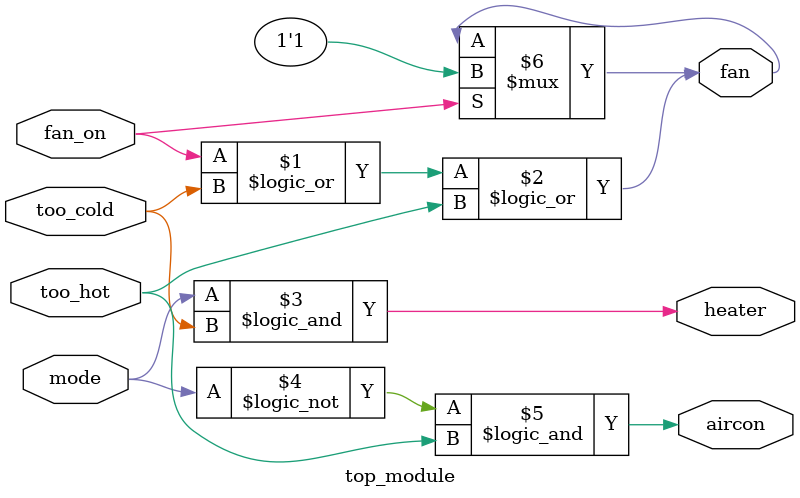
<source format=sv>
module top_module(
	input mode,
	input too_cold, 
	input too_hot,
	input fan_on,
	output heater,
	output aircon,
	output fan
);

// Control the fan
assign fan = (fan_on || too_cold || too_hot);

// Control the heater
assign heater = (mode && too_cold);

// Control the aircon
assign aircon = (!mode && too_hot);

// Add a default assignment for fan output to avoid X values
assign fan = fan_on ? 1'b1 : fan;

endmodule

</source>
